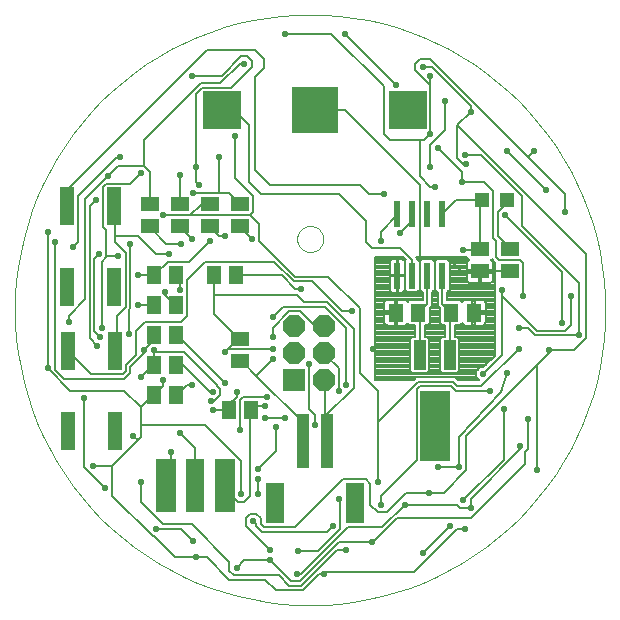
<source format=gbl>
G75*
G70*
%OFA0B0*%
%FSLAX24Y24*%
%IPPOS*%
%LPD*%
%AMOC8*
5,1,8,0,0,1.08239X$1,22.5*
%
%ADD10C,0.0004*%
%ADD11C,0.0000*%
%ADD12R,0.0591X0.0512*%
%ADD13R,0.0512X0.0591*%
%ADD14R,0.0984X0.2362*%
%ADD15R,0.0394X0.0984*%
%ADD16C,0.0030*%
%ADD17C,0.0033*%
%ADD18R,0.0236X0.0866*%
%ADD19R,0.1560X0.1560*%
%ADD20R,0.1250X0.1250*%
%ADD21R,0.0394X0.1811*%
%ADD22R,0.0630X0.1339*%
%ADD23R,0.0472X0.1260*%
%ADD24R,0.0472X0.0472*%
%ADD25R,0.0740X0.0740*%
%ADD26OC8,0.0740*%
%ADD27C,0.0070*%
%ADD28C,0.0230*%
%ADD29C,0.0080*%
D10*
X000503Y010346D02*
X000515Y010829D01*
X000550Y011311D01*
X000610Y011790D01*
X000692Y012266D01*
X000798Y012738D01*
X000927Y013203D01*
X001078Y013662D01*
X001252Y014113D01*
X001448Y014554D01*
X001665Y014986D01*
X001903Y015406D01*
X002162Y015814D01*
X002440Y016209D01*
X002737Y016590D01*
X003053Y016956D01*
X003386Y017306D01*
X003736Y017639D01*
X004102Y017955D01*
X004483Y018252D01*
X004878Y018530D01*
X005286Y018789D01*
X005706Y019027D01*
X006138Y019244D01*
X006579Y019440D01*
X007030Y019614D01*
X007489Y019765D01*
X007954Y019894D01*
X008426Y020000D01*
X008902Y020082D01*
X009381Y020142D01*
X009863Y020177D01*
X010346Y020189D01*
X010829Y020177D01*
X011311Y020142D01*
X011790Y020082D01*
X012266Y020000D01*
X012738Y019894D01*
X013203Y019765D01*
X013662Y019614D01*
X014113Y019440D01*
X014554Y019244D01*
X014986Y019027D01*
X015406Y018789D01*
X015814Y018530D01*
X016209Y018252D01*
X016590Y017955D01*
X016956Y017639D01*
X017306Y017306D01*
X017639Y016956D01*
X017955Y016590D01*
X018252Y016209D01*
X018530Y015814D01*
X018789Y015406D01*
X019027Y014986D01*
X019244Y014554D01*
X019440Y014113D01*
X019614Y013662D01*
X019765Y013203D01*
X019894Y012738D01*
X020000Y012266D01*
X020082Y011790D01*
X020142Y011311D01*
X020177Y010829D01*
X020189Y010346D01*
X020177Y009863D01*
X020142Y009381D01*
X020082Y008902D01*
X020000Y008426D01*
X019894Y007954D01*
X019765Y007489D01*
X019614Y007030D01*
X019440Y006579D01*
X019244Y006138D01*
X019027Y005706D01*
X018789Y005286D01*
X018530Y004878D01*
X018252Y004483D01*
X017955Y004102D01*
X017639Y003736D01*
X017306Y003386D01*
X016956Y003053D01*
X016590Y002737D01*
X016209Y002440D01*
X015814Y002162D01*
X015406Y001903D01*
X014986Y001665D01*
X014554Y001448D01*
X014113Y001252D01*
X013662Y001078D01*
X013203Y000927D01*
X012738Y000798D01*
X012266Y000692D01*
X011790Y000610D01*
X011311Y000550D01*
X010829Y000515D01*
X010346Y000503D01*
X009863Y000515D01*
X009381Y000550D01*
X008902Y000610D01*
X008426Y000692D01*
X007954Y000798D01*
X007489Y000927D01*
X007030Y001078D01*
X006579Y001252D01*
X006138Y001448D01*
X005706Y001665D01*
X005286Y001903D01*
X004878Y002162D01*
X004483Y002440D01*
X004102Y002737D01*
X003736Y003053D01*
X003386Y003386D01*
X003053Y003736D01*
X002737Y004102D01*
X002440Y004483D01*
X002162Y004878D01*
X001903Y005286D01*
X001665Y005706D01*
X001448Y006138D01*
X001252Y006579D01*
X001078Y007030D01*
X000927Y007489D01*
X000798Y007954D01*
X000692Y008426D01*
X000610Y008902D01*
X000550Y009381D01*
X000515Y009863D01*
X000503Y010346D01*
D11*
X009913Y012709D02*
X009915Y012750D01*
X009921Y012791D01*
X009931Y012831D01*
X009944Y012870D01*
X009961Y012907D01*
X009982Y012943D01*
X010006Y012977D01*
X010033Y013008D01*
X010062Y013036D01*
X010095Y013062D01*
X010129Y013084D01*
X010166Y013103D01*
X010204Y013118D01*
X010244Y013130D01*
X010284Y013138D01*
X010325Y013142D01*
X010367Y013142D01*
X010408Y013138D01*
X010448Y013130D01*
X010488Y013118D01*
X010526Y013103D01*
X010562Y013084D01*
X010597Y013062D01*
X010630Y013036D01*
X010659Y013008D01*
X010686Y012977D01*
X010710Y012943D01*
X010731Y012907D01*
X010748Y012870D01*
X010761Y012831D01*
X010771Y012791D01*
X010777Y012750D01*
X010779Y012709D01*
X010777Y012668D01*
X010771Y012627D01*
X010761Y012587D01*
X010748Y012548D01*
X010731Y012511D01*
X010710Y012475D01*
X010686Y012441D01*
X010659Y012410D01*
X010630Y012382D01*
X010597Y012356D01*
X010563Y012334D01*
X010526Y012315D01*
X010488Y012300D01*
X010448Y012288D01*
X010408Y012280D01*
X010367Y012276D01*
X010325Y012276D01*
X010284Y012280D01*
X010244Y012288D01*
X010204Y012300D01*
X010166Y012315D01*
X010130Y012334D01*
X010095Y012356D01*
X010062Y012382D01*
X010033Y012410D01*
X010006Y012441D01*
X009982Y012475D01*
X009961Y012511D01*
X009944Y012548D01*
X009931Y012587D01*
X009921Y012627D01*
X009915Y012668D01*
X009913Y012709D01*
D12*
X008004Y013130D03*
X008004Y013878D03*
X007004Y013878D03*
X007004Y013130D03*
X006004Y013130D03*
X006004Y013878D03*
X005004Y013878D03*
X005004Y013130D03*
X007994Y009388D03*
X007994Y008640D03*
X016004Y011630D03*
X016004Y012378D03*
X017004Y012378D03*
X017004Y011630D03*
D13*
X015798Y010254D03*
X015050Y010254D03*
X013958Y010254D03*
X013210Y010254D03*
X008378Y007004D03*
X007630Y007004D03*
X005878Y007504D03*
X005130Y007504D03*
X005130Y008504D03*
X005878Y008504D03*
X005878Y009504D03*
X005130Y009504D03*
X005130Y010504D03*
X005878Y010504D03*
X005878Y011504D03*
X005130Y011504D03*
X007130Y011504D03*
X007878Y011504D03*
D14*
X014504Y006478D03*
D15*
X015004Y008841D03*
X014004Y008841D03*
D16*
X006784Y003633D02*
X006224Y003633D01*
X006224Y005375D01*
X006784Y005375D01*
X006784Y003633D01*
X006784Y003662D02*
X006224Y003662D01*
X006224Y003691D02*
X006784Y003691D01*
X006784Y003720D02*
X006224Y003720D01*
X006224Y003749D02*
X006784Y003749D01*
X006784Y003778D02*
X006224Y003778D01*
X006224Y003807D02*
X006784Y003807D01*
X006784Y003836D02*
X006224Y003836D01*
X006224Y003865D02*
X006784Y003865D01*
X006784Y003894D02*
X006224Y003894D01*
X006224Y003923D02*
X006784Y003923D01*
X006784Y003952D02*
X006224Y003952D01*
X006224Y003981D02*
X006784Y003981D01*
X006784Y004010D02*
X006224Y004010D01*
X006224Y004039D02*
X006784Y004039D01*
X006784Y004068D02*
X006224Y004068D01*
X006224Y004097D02*
X006784Y004097D01*
X006784Y004126D02*
X006224Y004126D01*
X006224Y004155D02*
X006784Y004155D01*
X006784Y004184D02*
X006224Y004184D01*
X006224Y004213D02*
X006784Y004213D01*
X006784Y004242D02*
X006224Y004242D01*
X006224Y004271D02*
X006784Y004271D01*
X006784Y004300D02*
X006224Y004300D01*
X006224Y004329D02*
X006784Y004329D01*
X006784Y004358D02*
X006224Y004358D01*
X006224Y004387D02*
X006784Y004387D01*
X006784Y004416D02*
X006224Y004416D01*
X006224Y004445D02*
X006784Y004445D01*
X006784Y004474D02*
X006224Y004474D01*
X006224Y004503D02*
X006784Y004503D01*
X006784Y004532D02*
X006224Y004532D01*
X006224Y004561D02*
X006784Y004561D01*
X006784Y004590D02*
X006224Y004590D01*
X006224Y004619D02*
X006784Y004619D01*
X006784Y004648D02*
X006224Y004648D01*
X006224Y004677D02*
X006784Y004677D01*
X006784Y004706D02*
X006224Y004706D01*
X006224Y004735D02*
X006784Y004735D01*
X006784Y004764D02*
X006224Y004764D01*
X006224Y004793D02*
X006784Y004793D01*
X006784Y004822D02*
X006224Y004822D01*
X006224Y004851D02*
X006784Y004851D01*
X006784Y004880D02*
X006224Y004880D01*
X006224Y004909D02*
X006784Y004909D01*
X006784Y004938D02*
X006224Y004938D01*
X006224Y004967D02*
X006784Y004967D01*
X006784Y004996D02*
X006224Y004996D01*
X006224Y005025D02*
X006784Y005025D01*
X006784Y005054D02*
X006224Y005054D01*
X006224Y005083D02*
X006784Y005083D01*
X006784Y005112D02*
X006224Y005112D01*
X006224Y005141D02*
X006784Y005141D01*
X006784Y005170D02*
X006224Y005170D01*
X006224Y005199D02*
X006784Y005199D01*
X006784Y005228D02*
X006224Y005228D01*
X006224Y005257D02*
X006784Y005257D01*
X006784Y005286D02*
X006224Y005286D01*
X006224Y005315D02*
X006784Y005315D01*
X006784Y005344D02*
X006224Y005344D01*
X006224Y005373D02*
X006784Y005373D01*
D17*
X007170Y003634D02*
X007806Y003634D01*
X007170Y003634D02*
X007170Y005374D01*
X007806Y005374D01*
X007806Y003634D01*
X007806Y003666D02*
X007170Y003666D01*
X007170Y003698D02*
X007806Y003698D01*
X007806Y003730D02*
X007170Y003730D01*
X007170Y003762D02*
X007806Y003762D01*
X007806Y003794D02*
X007170Y003794D01*
X007170Y003826D02*
X007806Y003826D01*
X007806Y003858D02*
X007170Y003858D01*
X007170Y003890D02*
X007806Y003890D01*
X007806Y003922D02*
X007170Y003922D01*
X007170Y003954D02*
X007806Y003954D01*
X007806Y003986D02*
X007170Y003986D01*
X007170Y004018D02*
X007806Y004018D01*
X007806Y004050D02*
X007170Y004050D01*
X007170Y004082D02*
X007806Y004082D01*
X007806Y004114D02*
X007170Y004114D01*
X007170Y004146D02*
X007806Y004146D01*
X007806Y004178D02*
X007170Y004178D01*
X007170Y004210D02*
X007806Y004210D01*
X007806Y004242D02*
X007170Y004242D01*
X007170Y004274D02*
X007806Y004274D01*
X007806Y004306D02*
X007170Y004306D01*
X007170Y004338D02*
X007806Y004338D01*
X007806Y004370D02*
X007170Y004370D01*
X007170Y004402D02*
X007806Y004402D01*
X007806Y004434D02*
X007170Y004434D01*
X007170Y004466D02*
X007806Y004466D01*
X007806Y004498D02*
X007170Y004498D01*
X007170Y004530D02*
X007806Y004530D01*
X007806Y004562D02*
X007170Y004562D01*
X007170Y004594D02*
X007806Y004594D01*
X007806Y004626D02*
X007170Y004626D01*
X007170Y004658D02*
X007806Y004658D01*
X007806Y004690D02*
X007170Y004690D01*
X007170Y004722D02*
X007806Y004722D01*
X007806Y004754D02*
X007170Y004754D01*
X007170Y004786D02*
X007806Y004786D01*
X007806Y004818D02*
X007170Y004818D01*
X007170Y004850D02*
X007806Y004850D01*
X007806Y004882D02*
X007170Y004882D01*
X007170Y004914D02*
X007806Y004914D01*
X007806Y004946D02*
X007170Y004946D01*
X007170Y004978D02*
X007806Y004978D01*
X007806Y005010D02*
X007170Y005010D01*
X007170Y005042D02*
X007806Y005042D01*
X007806Y005074D02*
X007170Y005074D01*
X007170Y005106D02*
X007806Y005106D01*
X007806Y005138D02*
X007170Y005138D01*
X007170Y005170D02*
X007806Y005170D01*
X007806Y005202D02*
X007170Y005202D01*
X007170Y005234D02*
X007806Y005234D01*
X007806Y005266D02*
X007170Y005266D01*
X007170Y005298D02*
X007806Y005298D01*
X007806Y005330D02*
X007170Y005330D01*
X007170Y005362D02*
X007806Y005362D01*
X005838Y003634D02*
X005202Y003634D01*
X005202Y005374D01*
X005838Y005374D01*
X005838Y003634D01*
X005838Y003666D02*
X005202Y003666D01*
X005202Y003698D02*
X005838Y003698D01*
X005838Y003730D02*
X005202Y003730D01*
X005202Y003762D02*
X005838Y003762D01*
X005838Y003794D02*
X005202Y003794D01*
X005202Y003826D02*
X005838Y003826D01*
X005838Y003858D02*
X005202Y003858D01*
X005202Y003890D02*
X005838Y003890D01*
X005838Y003922D02*
X005202Y003922D01*
X005202Y003954D02*
X005838Y003954D01*
X005838Y003986D02*
X005202Y003986D01*
X005202Y004018D02*
X005838Y004018D01*
X005838Y004050D02*
X005202Y004050D01*
X005202Y004082D02*
X005838Y004082D01*
X005838Y004114D02*
X005202Y004114D01*
X005202Y004146D02*
X005838Y004146D01*
X005838Y004178D02*
X005202Y004178D01*
X005202Y004210D02*
X005838Y004210D01*
X005838Y004242D02*
X005202Y004242D01*
X005202Y004274D02*
X005838Y004274D01*
X005838Y004306D02*
X005202Y004306D01*
X005202Y004338D02*
X005838Y004338D01*
X005838Y004370D02*
X005202Y004370D01*
X005202Y004402D02*
X005838Y004402D01*
X005838Y004434D02*
X005202Y004434D01*
X005202Y004466D02*
X005838Y004466D01*
X005838Y004498D02*
X005202Y004498D01*
X005202Y004530D02*
X005838Y004530D01*
X005838Y004562D02*
X005202Y004562D01*
X005202Y004594D02*
X005838Y004594D01*
X005838Y004626D02*
X005202Y004626D01*
X005202Y004658D02*
X005838Y004658D01*
X005838Y004690D02*
X005202Y004690D01*
X005202Y004722D02*
X005838Y004722D01*
X005838Y004754D02*
X005202Y004754D01*
X005202Y004786D02*
X005838Y004786D01*
X005838Y004818D02*
X005202Y004818D01*
X005202Y004850D02*
X005838Y004850D01*
X005838Y004882D02*
X005202Y004882D01*
X005202Y004914D02*
X005838Y004914D01*
X005838Y004946D02*
X005202Y004946D01*
X005202Y004978D02*
X005838Y004978D01*
X005838Y005010D02*
X005202Y005010D01*
X005202Y005042D02*
X005838Y005042D01*
X005838Y005074D02*
X005202Y005074D01*
X005202Y005106D02*
X005838Y005106D01*
X005838Y005138D02*
X005202Y005138D01*
X005202Y005170D02*
X005838Y005170D01*
X005838Y005202D02*
X005202Y005202D01*
X005202Y005234D02*
X005838Y005234D01*
X005838Y005266D02*
X005202Y005266D01*
X005202Y005298D02*
X005838Y005298D01*
X005838Y005330D02*
X005202Y005330D01*
X005202Y005362D02*
X005838Y005362D01*
D18*
X013254Y011480D03*
X013754Y011480D03*
X014254Y011480D03*
X014754Y011480D03*
X014754Y013528D03*
X014254Y013528D03*
X013754Y013528D03*
X013254Y013528D03*
D19*
X010504Y017004D03*
D20*
X013604Y017004D03*
X007404Y017004D03*
D21*
X010110Y005961D03*
X010898Y005961D03*
D22*
X011843Y003913D03*
X009165Y003913D03*
D23*
X003858Y006299D03*
X002283Y006299D03*
X002283Y008976D03*
X003858Y008976D03*
X003815Y011122D03*
X002240Y011122D03*
X002240Y013799D03*
X003815Y013799D03*
D24*
X016091Y014004D03*
X016917Y014004D03*
D25*
X009824Y007994D03*
D26*
X009824Y008894D03*
X009824Y009794D03*
X010824Y009794D03*
X010824Y008894D03*
X010824Y007994D03*
D27*
X003754Y005154D02*
X003754Y004154D01*
X005104Y002804D01*
X005154Y002804D01*
X005854Y002104D01*
X006554Y002104D01*
X006904Y002104D01*
X007654Y001354D01*
X008854Y001354D01*
X009204Y001004D01*
X010104Y001004D01*
X010654Y001554D01*
X010804Y001554D01*
X010854Y001604D01*
X013804Y001604D01*
X015254Y003054D01*
X015504Y003054D01*
X015704Y003404D02*
X013254Y003404D01*
X012454Y002604D01*
X012404Y002604D01*
X011304Y002604D01*
X010004Y001304D01*
X009704Y001304D01*
X009004Y002004D01*
X008154Y002004D01*
X007904Y001754D01*
X007804Y001504D02*
X009304Y001504D01*
X009654Y001154D01*
X010054Y001154D01*
X011254Y002354D01*
X011554Y002354D01*
X011354Y003054D02*
X011354Y004004D01*
X011304Y004054D01*
X011454Y004704D02*
X012204Y004704D01*
X012354Y004554D01*
X012354Y003854D01*
X012604Y003604D01*
X012904Y003604D01*
X013554Y004254D01*
X014304Y004254D01*
X014804Y004254D01*
X015554Y005004D01*
X015554Y006154D01*
X017904Y008504D01*
X017904Y005004D01*
X017504Y005204D02*
X017504Y005604D01*
X017604Y005704D01*
X017604Y006704D01*
X016804Y007054D02*
X016804Y005354D01*
X015454Y004004D01*
X015254Y003854D02*
X015354Y003754D01*
X015704Y003754D01*
X015704Y004054D01*
X017354Y005704D01*
X017354Y005804D01*
X017504Y005204D02*
X015704Y003404D01*
X015254Y003854D02*
X013504Y003854D01*
X012754Y003104D01*
X011604Y003104D01*
X010054Y001554D01*
X009904Y001554D01*
X009954Y002304D02*
X010604Y002304D01*
X011354Y003054D01*
X011104Y003154D02*
X010904Y002954D01*
X008754Y002954D01*
X008554Y003154D01*
X008554Y003204D01*
X008454Y003304D01*
X008354Y003554D02*
X008204Y003404D01*
X008204Y003154D01*
X009004Y002354D01*
X008804Y003104D02*
X009854Y003104D01*
X011454Y004704D01*
X012604Y004604D02*
X012604Y006604D01*
X013954Y007954D01*
X015104Y007954D01*
X015254Y007804D01*
X016054Y007804D01*
X017304Y009054D01*
X016754Y008854D02*
X016104Y008204D01*
X016354Y007654D02*
X015204Y007654D01*
X015054Y007804D01*
X014004Y007804D01*
X013904Y007704D01*
X013904Y005354D01*
X012704Y004154D01*
X012704Y003854D01*
X014104Y002254D02*
X015004Y003154D01*
X015304Y005104D02*
X014604Y005104D01*
X015304Y005104D02*
X015304Y006104D01*
X016704Y007604D01*
X016904Y008254D01*
X016754Y008854D02*
X016754Y010804D01*
X017904Y009654D01*
X018854Y009654D01*
X019054Y009854D01*
X019054Y010804D01*
X019304Y011254D02*
X019304Y009504D01*
X017854Y009504D01*
X017604Y009754D01*
X017304Y009754D01*
X017454Y010804D02*
X017454Y011904D01*
X017354Y012004D01*
X016654Y012004D01*
X016554Y012104D01*
X016554Y012654D01*
X016454Y012754D01*
X016454Y014304D01*
X016154Y014604D01*
X015404Y014604D01*
X015404Y014954D01*
X014604Y015754D01*
X014354Y015854D02*
X014354Y015104D01*
X014004Y014804D02*
X014004Y016004D01*
X014154Y016004D01*
X014354Y016204D01*
X014354Y016254D01*
X014354Y017854D01*
X013854Y018354D01*
X013854Y018554D01*
X014004Y018704D01*
X014354Y018704D01*
X017604Y015454D01*
X017804Y015654D01*
X017604Y015454D02*
X018854Y014204D01*
X018854Y013604D01*
X018204Y014354D02*
X016904Y015654D01*
X016054Y015504D02*
X017404Y014154D01*
X017404Y013154D01*
X019304Y011254D01*
X018754Y011604D02*
X016854Y013504D01*
X016604Y013604D02*
X016604Y012804D01*
X017004Y012404D01*
X017004Y012378D01*
X017004Y011654D02*
X016504Y011654D01*
X016004Y011630D02*
X015878Y011504D01*
X015504Y011504D02*
X015004Y012004D01*
X015454Y012354D02*
X016004Y012354D01*
X016004Y012378D01*
X016004Y012404D01*
X016004Y014004D01*
X016091Y014004D01*
X016054Y014004D01*
X016004Y014004D01*
X015204Y014004D01*
X014754Y013554D01*
X014754Y013528D01*
X014504Y014454D02*
X014354Y014454D01*
X014004Y014804D01*
X014004Y014504D02*
X014004Y012104D01*
X013754Y012004D02*
X013354Y012404D01*
X012404Y012404D01*
X012204Y012604D01*
X012204Y013304D01*
X011304Y014204D01*
X008704Y014204D01*
X008304Y014604D01*
X008304Y016504D01*
X007804Y017004D01*
X007404Y017004D01*
X007704Y017754D02*
X006754Y017754D01*
X006554Y017554D01*
X006554Y015104D01*
X006554Y014604D01*
X006654Y014504D01*
X006454Y014254D02*
X007304Y014254D01*
X007304Y015454D01*
X007854Y014754D02*
X007854Y016154D01*
X008504Y015004D02*
X008504Y018004D01*
X008504Y018104D01*
X008804Y018404D01*
X008804Y018704D01*
X008504Y019004D01*
X006904Y019004D01*
X006854Y018954D01*
X002254Y014354D01*
X002254Y013804D01*
X002240Y013799D01*
X002604Y014154D02*
X002604Y012604D01*
X002454Y012454D01*
X001854Y012604D02*
X001854Y008354D01*
X002154Y008054D01*
X004154Y008054D01*
X004354Y008254D01*
X004354Y008454D01*
X004804Y008904D01*
X004804Y009004D01*
X005104Y009304D01*
X005104Y009504D01*
X005130Y009504D01*
X005154Y009004D02*
X005154Y008954D01*
X006154Y008954D01*
X007254Y007854D01*
X007254Y007804D01*
X007354Y007704D01*
X007354Y007504D01*
X007154Y007304D01*
X007054Y007304D01*
X007004Y007604D02*
X007104Y007604D01*
X007004Y007604D02*
X006104Y008504D01*
X005904Y008504D01*
X005878Y008504D01*
X005454Y008004D02*
X005454Y007804D01*
X005154Y007504D01*
X005130Y007504D01*
X005104Y007504D01*
X004704Y007104D01*
X004154Y007654D01*
X002354Y007654D01*
X001604Y008404D01*
X001604Y012954D01*
X002604Y014154D02*
X003904Y015454D01*
X004004Y015454D01*
X003954Y015154D02*
X004804Y015154D01*
X004804Y016004D01*
X006704Y017904D01*
X007354Y017904D01*
X008004Y018554D01*
X008154Y018554D01*
X008254Y018804D02*
X008054Y018804D01*
X007404Y018154D01*
X006404Y018154D01*
X007704Y017754D02*
X008404Y018454D01*
X008404Y018654D01*
X008254Y018804D01*
X009504Y019554D02*
X009704Y019554D01*
X011054Y019554D01*
X012804Y017804D01*
X012804Y016204D01*
X013004Y016004D01*
X014004Y016004D01*
X014354Y015854D02*
X014854Y016354D01*
X014854Y017304D01*
X014354Y017854D02*
X014354Y018154D01*
X014404Y018454D02*
X014104Y018454D01*
X014404Y018454D02*
X015704Y017154D01*
X015704Y016954D01*
X015254Y016504D01*
X019554Y012204D01*
X019554Y009404D01*
X019154Y009004D01*
X018304Y009004D01*
X018304Y008904D01*
X017904Y008504D01*
X018754Y009904D02*
X018754Y011604D01*
X017004Y011630D02*
X017004Y011654D01*
X016754Y011004D02*
X016754Y010804D01*
X015054Y010254D02*
X015050Y010254D01*
X015004Y010254D01*
X015004Y008854D01*
X015004Y008841D01*
X014004Y008841D02*
X014004Y008854D01*
X014004Y010254D01*
X013958Y010254D01*
X013954Y010254D01*
X014254Y010554D01*
X014254Y011454D01*
X014254Y011480D01*
X013754Y011504D02*
X013754Y011480D01*
X013754Y011504D02*
X013754Y012004D01*
X013354Y012904D02*
X013754Y013304D01*
X013754Y013504D01*
X013754Y013528D01*
X013254Y013504D02*
X013254Y013528D01*
X013254Y013504D02*
X012704Y012954D01*
X012704Y012654D01*
X012804Y014204D02*
X012304Y014204D01*
X012004Y014504D01*
X009004Y014504D01*
X008504Y015004D01*
X007854Y014754D02*
X008454Y014154D01*
X008454Y013604D01*
X008354Y013504D01*
X008654Y013204D01*
X008654Y012654D01*
X009854Y011454D01*
X010954Y011454D01*
X012004Y010404D01*
X012004Y008254D01*
X012604Y007654D01*
X012604Y006604D01*
X011804Y007754D02*
X010854Y006804D01*
X010898Y005961D01*
X010854Y006004D01*
X010854Y006804D01*
X010854Y007954D01*
X010824Y007994D01*
X011304Y007654D02*
X011304Y008404D01*
X010854Y008854D01*
X010824Y008894D01*
X010304Y008554D02*
X010304Y007054D01*
X010504Y006854D01*
X010504Y006504D01*
X010104Y006604D02*
X010104Y006004D01*
X010110Y005961D01*
X010104Y006604D02*
X008554Y008154D01*
X009104Y008704D01*
X009104Y009054D02*
X007604Y009054D01*
X007504Y008954D01*
X007604Y009054D02*
X007954Y009404D01*
X007994Y009388D01*
X007954Y009404D01*
X007154Y010204D01*
X007154Y010854D01*
X009904Y010854D01*
X010154Y010604D01*
X010904Y010604D01*
X011804Y009704D01*
X011804Y007754D01*
X011554Y007854D02*
X011554Y009754D01*
X010854Y010454D01*
X009454Y010454D01*
X009104Y010104D01*
X009104Y009754D02*
X009104Y009454D01*
X009104Y009754D02*
X009654Y010304D01*
X010004Y010304D01*
X010504Y009804D01*
X010804Y009804D01*
X010824Y009794D01*
X011404Y010304D02*
X010404Y011304D01*
X009804Y011304D01*
X009154Y011954D01*
X006854Y011954D01*
X006254Y011354D01*
X006254Y010154D01*
X006054Y009954D01*
X004854Y009954D01*
X004554Y009654D01*
X004554Y008854D01*
X004204Y008504D01*
X004204Y008304D01*
X004104Y008204D01*
X003054Y008204D01*
X002304Y008954D01*
X002283Y008976D01*
X003004Y009404D02*
X003004Y013804D01*
X003204Y014004D01*
X002854Y014054D02*
X003604Y014804D01*
X003954Y015154D01*
X003554Y014554D02*
X004354Y014554D01*
X004704Y014904D01*
X004804Y015154D02*
X005004Y014954D01*
X005004Y013904D01*
X005004Y013878D01*
X005454Y013504D02*
X006354Y013504D01*
X008354Y013504D01*
X008004Y013878D02*
X008004Y013904D01*
X007654Y014254D01*
X007304Y014254D01*
X007004Y013878D02*
X007004Y013854D01*
X006704Y013854D01*
X006354Y013504D01*
X006004Y013878D02*
X006004Y013904D01*
X006004Y014854D01*
X006004Y013130D02*
X006004Y013104D01*
X006404Y012704D01*
X006054Y012554D02*
X005554Y012554D01*
X005004Y013104D01*
X005004Y013130D01*
X004604Y012804D02*
X005204Y012204D01*
X005654Y012204D01*
X005604Y011954D02*
X006304Y011954D01*
X007004Y012654D01*
X007304Y012804D02*
X007004Y013104D01*
X007004Y013130D01*
X007304Y012804D02*
X007504Y012804D01*
X008004Y013104D02*
X008004Y013130D01*
X008004Y013104D02*
X008404Y012704D01*
X007904Y011504D02*
X007878Y011504D01*
X007904Y011504D02*
X009404Y011504D01*
X009854Y011054D01*
X010054Y011054D01*
X011404Y010304D02*
X011754Y010304D01*
X012454Y009054D02*
X012504Y009054D01*
X014754Y010554D02*
X015054Y010254D01*
X014754Y010554D02*
X014754Y011454D01*
X014754Y011480D01*
X016604Y013604D02*
X016904Y013904D01*
X016904Y014004D01*
X016917Y014004D01*
X015554Y015204D02*
X015454Y015204D01*
X015254Y015404D01*
X015254Y016504D01*
X015504Y015504D02*
X016054Y015504D01*
X014004Y014504D02*
X011504Y017004D01*
X010504Y017004D01*
X011504Y019554D02*
X013204Y017854D01*
X007154Y011504D02*
X007130Y011504D01*
X007154Y011504D02*
X007154Y010854D01*
X006004Y011004D02*
X006004Y011404D01*
X005904Y011504D01*
X005878Y011504D01*
X005604Y011954D02*
X005154Y011504D01*
X005130Y011504D01*
X005104Y011504D01*
X004604Y011504D01*
X003954Y012154D02*
X003554Y012154D01*
X003554Y012104D01*
X003404Y011954D01*
X003404Y009754D01*
X003154Y009654D02*
X003154Y012054D01*
X003304Y012204D01*
X003554Y012154D02*
X003554Y013004D01*
X003454Y013104D01*
X003454Y014454D01*
X003554Y014554D01*
X003815Y013799D02*
X003854Y013754D01*
X003854Y012804D01*
X004604Y012804D01*
X004354Y012554D02*
X004354Y010404D01*
X004304Y010354D01*
X004304Y009554D01*
X003904Y009004D02*
X003858Y008976D01*
X003904Y009004D02*
X003904Y010154D01*
X004204Y010454D01*
X004204Y012254D01*
X003854Y012604D01*
X003854Y012804D01*
X002854Y014054D02*
X002854Y010704D01*
X002304Y010154D01*
X002304Y009954D01*
X003004Y009404D02*
X003254Y009154D01*
X003354Y009454D02*
X003154Y009654D01*
X004604Y010504D02*
X005104Y010504D01*
X005130Y010504D01*
X005504Y010854D02*
X005854Y010504D01*
X005878Y010504D01*
X005504Y010854D02*
X005504Y010954D01*
X005878Y009504D02*
X005904Y009504D01*
X007504Y007904D01*
X007904Y007604D02*
X007904Y007454D01*
X007654Y007204D01*
X007654Y007004D01*
X007630Y007004D01*
X007604Y007004D01*
X007104Y007004D01*
X006854Y006504D02*
X004704Y006504D01*
X004704Y006104D01*
X004604Y006004D01*
X004454Y006154D01*
X004604Y006004D02*
X003754Y005154D01*
X003104Y005154D01*
X002804Y005104D02*
X003504Y004404D01*
X002804Y005104D02*
X002804Y007404D01*
X004704Y007104D02*
X004704Y006504D01*
X005704Y005604D02*
X005704Y004654D01*
X005554Y004504D01*
X005520Y004504D01*
X004704Y004604D02*
X004704Y003954D01*
X005454Y003204D01*
X006404Y003204D01*
X007654Y001954D01*
X007654Y001654D01*
X007804Y001504D01*
X006454Y002654D02*
X006054Y003054D01*
X005204Y003054D01*
X006504Y004504D02*
X006504Y005754D01*
X006004Y006254D01*
X006854Y006504D02*
X008054Y005304D01*
X008054Y004204D01*
X007954Y003954D02*
X008154Y003954D01*
X008354Y004154D01*
X008354Y007004D01*
X008378Y007004D01*
X008404Y007004D01*
X008554Y007154D01*
X008854Y007154D01*
X008904Y007454D02*
X008104Y007454D01*
X008004Y007354D01*
X008004Y006354D01*
X008854Y006754D02*
X009504Y006754D01*
X009204Y006454D02*
X009204Y005654D01*
X008604Y005054D01*
X008604Y004704D02*
X008604Y004204D01*
X008554Y003554D02*
X008354Y003554D01*
X008554Y003554D02*
X008704Y003404D01*
X008704Y003204D01*
X008804Y003104D01*
X007954Y003954D02*
X007504Y004404D01*
X007504Y004504D01*
X007488Y004504D01*
X005904Y007504D02*
X005878Y007504D01*
X005904Y007504D02*
X006254Y007854D01*
X006404Y007854D01*
X005154Y008504D02*
X005154Y008954D01*
X005154Y009004D01*
X005130Y008504D02*
X005154Y008504D01*
X005130Y008504D02*
X005104Y008504D01*
X004704Y008104D01*
X007994Y008640D02*
X008004Y008604D01*
X008104Y008604D01*
X008554Y008154D01*
D28*
X009104Y008704D03*
X009104Y009054D03*
X009104Y009454D03*
X009104Y010104D03*
X010054Y011054D03*
X011754Y010304D03*
X012454Y009054D03*
X011554Y007854D03*
X011304Y007654D03*
X010304Y008554D03*
X008904Y007454D03*
X008854Y007154D03*
X008854Y006754D03*
X009204Y006454D03*
X009504Y006754D03*
X010504Y006504D03*
X008604Y005054D03*
X008604Y004704D03*
X008604Y004204D03*
X008054Y004204D03*
X008454Y003304D03*
X009004Y002354D03*
X009004Y002004D03*
X009904Y001554D03*
X009954Y002304D03*
X010804Y001554D03*
X011554Y002354D03*
X012404Y002604D03*
X012704Y003854D03*
X012604Y004604D03*
X013504Y003854D03*
X014304Y004254D03*
X014604Y005104D03*
X015304Y005104D03*
X015454Y004004D03*
X015704Y003754D03*
X015004Y003154D03*
X015504Y003054D03*
X014104Y002254D03*
X011304Y004054D03*
X011104Y003154D03*
X007904Y001754D03*
X006554Y002104D03*
X006454Y002654D03*
X005204Y003054D03*
X004704Y004604D03*
X005704Y005604D03*
X006004Y006254D03*
X007104Y007004D03*
X007054Y007304D03*
X007104Y007604D03*
X007504Y007904D03*
X007904Y007604D03*
X008004Y006354D03*
X006404Y007854D03*
X005454Y008004D03*
X004704Y008104D03*
X004804Y009004D03*
X005154Y009004D03*
X004304Y009554D03*
X003404Y009754D03*
X003354Y009454D03*
X003254Y009154D03*
X002304Y009954D03*
X001604Y008404D03*
X002804Y007404D03*
X004454Y006154D03*
X003104Y005154D03*
X003504Y004404D03*
X007504Y008954D03*
X006004Y011004D03*
X005504Y010954D03*
X004604Y010504D03*
X004604Y011504D03*
X003954Y012154D03*
X004354Y012554D03*
X005454Y013504D03*
X006404Y012704D03*
X006054Y012554D03*
X005654Y012204D03*
X007004Y012654D03*
X007504Y012804D03*
X008404Y012704D03*
X006454Y014254D03*
X006654Y014504D03*
X006554Y015104D03*
X006004Y014854D03*
X007304Y015454D03*
X007854Y016154D03*
X006404Y018154D03*
X008154Y018554D03*
X009504Y019554D03*
X011504Y019554D03*
X013204Y017854D03*
X014104Y018454D03*
X014354Y018154D03*
X014854Y017304D03*
X015704Y016954D03*
X014604Y015754D03*
X014354Y016204D03*
X014354Y015104D03*
X014504Y014454D03*
X015404Y014604D03*
X015554Y015204D03*
X015504Y015504D03*
X016904Y015654D03*
X017804Y015654D03*
X018204Y014354D03*
X018854Y013604D03*
X016854Y013504D03*
X015454Y012354D03*
X016754Y011004D03*
X017454Y010804D03*
X017304Y009754D03*
X017304Y009054D03*
X016904Y008254D03*
X016354Y007654D03*
X016804Y007054D03*
X017604Y006704D03*
X017354Y005804D03*
X017904Y005004D03*
X016104Y008204D03*
X018304Y009004D03*
X018754Y009904D03*
X019304Y009504D03*
X019054Y010804D03*
X013354Y012904D03*
X012704Y012654D03*
X012804Y014204D03*
X004704Y014904D03*
X004004Y015454D03*
X003604Y014804D03*
X003204Y014004D03*
X002454Y012454D03*
X001854Y012604D03*
X001604Y012954D03*
X003304Y012204D03*
D29*
X012504Y012104D02*
X012504Y008004D01*
X013785Y008004D01*
X013799Y008018D01*
X013799Y008018D01*
X013890Y008109D01*
X015168Y008109D01*
X015259Y008018D01*
X015273Y008004D01*
X015972Y008004D01*
X015869Y008107D01*
X015869Y008301D01*
X016007Y008439D01*
X016120Y008439D01*
X016504Y008823D01*
X016504Y011935D01*
X016490Y011949D01*
X016399Y012040D01*
X016399Y012052D01*
X016359Y012013D01*
X016385Y011998D01*
X016411Y011972D01*
X016430Y011940D01*
X016439Y011904D01*
X016439Y011670D01*
X016044Y011670D01*
X016044Y011590D01*
X016439Y011590D01*
X016439Y011356D01*
X016430Y011320D01*
X016411Y011288D01*
X016385Y011262D01*
X016353Y011244D01*
X016318Y011234D01*
X016044Y011234D01*
X016044Y011590D01*
X015964Y011590D01*
X015964Y011234D01*
X015690Y011234D01*
X015655Y011244D01*
X015623Y011262D01*
X015597Y011288D01*
X015578Y011320D01*
X015569Y011356D01*
X015569Y011590D01*
X015964Y011590D01*
X015964Y011670D01*
X015569Y011670D01*
X015569Y011904D01*
X015578Y011940D01*
X015597Y011972D01*
X015623Y011998D01*
X015648Y012013D01*
X015589Y012072D01*
X015589Y012104D01*
X013873Y012104D01*
X013909Y012068D01*
X013909Y012033D01*
X013922Y012033D01*
X013992Y011963D01*
X013992Y010998D01*
X013922Y010927D01*
X013586Y010927D01*
X013516Y010998D01*
X013516Y011963D01*
X013546Y011993D01*
X013435Y012104D01*
X012504Y012104D01*
X012504Y012050D02*
X013104Y012050D01*
X013117Y012053D02*
X013082Y012044D01*
X013050Y012025D01*
X013024Y011999D01*
X013005Y011967D01*
X012996Y011932D01*
X012996Y011499D01*
X013235Y011499D01*
X013235Y011461D01*
X013273Y011461D01*
X013273Y010907D01*
X013390Y010907D01*
X013426Y010917D01*
X013458Y010935D01*
X013484Y010961D01*
X013502Y010993D01*
X013512Y011029D01*
X013512Y011461D01*
X013273Y011461D01*
X013273Y011499D01*
X013512Y011499D01*
X013512Y011932D01*
X013502Y011967D01*
X013484Y011999D01*
X013458Y012025D01*
X013426Y012044D01*
X013390Y012053D01*
X013273Y012053D01*
X013273Y011500D01*
X013235Y011500D01*
X013235Y012053D01*
X013117Y012053D01*
X013235Y012050D02*
X013273Y012050D01*
X013273Y011971D02*
X013235Y011971D01*
X013235Y011893D02*
X013273Y011893D01*
X013273Y011814D02*
X013235Y011814D01*
X013235Y011736D02*
X013273Y011736D01*
X013273Y011657D02*
X013235Y011657D01*
X013235Y011579D02*
X013273Y011579D01*
X013273Y011500D02*
X013235Y011500D01*
X013235Y011461D02*
X012996Y011461D01*
X012996Y011029D01*
X013005Y010993D01*
X013024Y010961D01*
X013050Y010935D01*
X013082Y010917D01*
X013117Y010907D01*
X013235Y010907D01*
X013235Y011461D01*
X013235Y011421D02*
X013273Y011421D01*
X013273Y011343D02*
X013235Y011343D01*
X013235Y011264D02*
X013273Y011264D01*
X013273Y011186D02*
X013235Y011186D01*
X013235Y011107D02*
X013273Y011107D01*
X013273Y011029D02*
X013235Y011029D01*
X013235Y010950D02*
X013273Y010950D01*
X013473Y010950D02*
X013563Y010950D01*
X013516Y011029D02*
X013512Y011029D01*
X013512Y011107D02*
X013516Y011107D01*
X013512Y011186D02*
X013516Y011186D01*
X013512Y011264D02*
X013516Y011264D01*
X013512Y011343D02*
X013516Y011343D01*
X013512Y011421D02*
X013516Y011421D01*
X013512Y011500D02*
X013516Y011500D01*
X013512Y011579D02*
X013516Y011579D01*
X013512Y011657D02*
X013516Y011657D01*
X013512Y011736D02*
X013516Y011736D01*
X013512Y011814D02*
X013516Y011814D01*
X013512Y011893D02*
X013516Y011893D01*
X013524Y011971D02*
X013500Y011971D01*
X013489Y012050D02*
X013404Y012050D01*
X013008Y011971D02*
X012504Y011971D01*
X012504Y011893D02*
X012996Y011893D01*
X012996Y011814D02*
X012504Y011814D01*
X012504Y011736D02*
X012996Y011736D01*
X012996Y011657D02*
X012504Y011657D01*
X012504Y011579D02*
X012996Y011579D01*
X012996Y011500D02*
X012504Y011500D01*
X012504Y011421D02*
X012996Y011421D01*
X012996Y011343D02*
X012504Y011343D01*
X012504Y011264D02*
X012996Y011264D01*
X012996Y011186D02*
X012504Y011186D01*
X012504Y011107D02*
X012996Y011107D01*
X012996Y011029D02*
X012504Y011029D01*
X012504Y010950D02*
X013035Y010950D01*
X012936Y010689D02*
X012900Y010680D01*
X012868Y010661D01*
X012842Y010635D01*
X012824Y010603D01*
X012814Y010568D01*
X012814Y010294D01*
X013170Y010294D01*
X013170Y010689D01*
X012936Y010689D01*
X012843Y010636D02*
X012504Y010636D01*
X012504Y010557D02*
X012814Y010557D01*
X012814Y010479D02*
X012504Y010479D01*
X012504Y010400D02*
X012814Y010400D01*
X012814Y010322D02*
X012504Y010322D01*
X012504Y010243D02*
X013170Y010243D01*
X013170Y010214D02*
X012814Y010214D01*
X012814Y009940D01*
X012824Y009905D01*
X012842Y009873D01*
X012868Y009847D01*
X012900Y009828D01*
X012936Y009819D01*
X013170Y009819D01*
X013170Y010214D01*
X013250Y010214D01*
X013250Y009819D01*
X013484Y009819D01*
X013520Y009828D01*
X013552Y009847D01*
X013578Y009873D01*
X013593Y009898D01*
X013652Y009839D01*
X013849Y009839D01*
X013849Y009453D01*
X013757Y009453D01*
X013687Y009382D01*
X013687Y008299D01*
X013757Y008228D01*
X014250Y008228D01*
X014321Y008299D01*
X014321Y009382D01*
X014250Y009453D01*
X014159Y009453D01*
X014159Y009839D01*
X014264Y009839D01*
X014334Y009909D01*
X014334Y010415D01*
X014409Y010490D01*
X014409Y010618D01*
X014409Y010927D01*
X014422Y010927D01*
X014492Y010998D01*
X014492Y011963D01*
X014422Y012033D01*
X014086Y012033D01*
X014016Y011963D01*
X014016Y010998D01*
X014086Y010927D01*
X014099Y010927D01*
X014099Y010669D01*
X013652Y010669D01*
X013593Y010609D01*
X013578Y010635D01*
X013552Y010661D01*
X013520Y010680D01*
X013484Y010689D01*
X013250Y010689D01*
X013250Y010294D01*
X013170Y010294D01*
X013170Y010214D01*
X013170Y010165D02*
X013250Y010165D01*
X013250Y010086D02*
X013170Y010086D01*
X013170Y010008D02*
X013250Y010008D01*
X013250Y009929D02*
X013170Y009929D01*
X013170Y009851D02*
X013250Y009851D01*
X013556Y009851D02*
X013640Y009851D01*
X013849Y009772D02*
X012504Y009772D01*
X012504Y009694D02*
X013849Y009694D01*
X013849Y009615D02*
X012504Y009615D01*
X012504Y009536D02*
X013849Y009536D01*
X013849Y009458D02*
X012504Y009458D01*
X012504Y009379D02*
X013687Y009379D01*
X013687Y009301D02*
X012504Y009301D01*
X012504Y009222D02*
X013687Y009222D01*
X013687Y009144D02*
X012504Y009144D01*
X012504Y009065D02*
X013687Y009065D01*
X013687Y008987D02*
X012504Y008987D01*
X012504Y008908D02*
X013687Y008908D01*
X013687Y008830D02*
X012504Y008830D01*
X012504Y008751D02*
X013687Y008751D01*
X013687Y008672D02*
X012504Y008672D01*
X012504Y008594D02*
X013687Y008594D01*
X013687Y008515D02*
X012504Y008515D01*
X012504Y008437D02*
X013687Y008437D01*
X013687Y008358D02*
X012504Y008358D01*
X012504Y008280D02*
X013706Y008280D01*
X013825Y008044D02*
X012504Y008044D01*
X012504Y008123D02*
X015869Y008123D01*
X015869Y008201D02*
X012504Y008201D01*
X012504Y009851D02*
X012864Y009851D01*
X012817Y009929D02*
X012504Y009929D01*
X012504Y010008D02*
X012814Y010008D01*
X012814Y010086D02*
X012504Y010086D01*
X012504Y010165D02*
X012814Y010165D01*
X013170Y010322D02*
X013250Y010322D01*
X013250Y010400D02*
X013170Y010400D01*
X013170Y010479D02*
X013250Y010479D01*
X013250Y010557D02*
X013170Y010557D01*
X013170Y010636D02*
X013250Y010636D01*
X013577Y010636D02*
X013619Y010636D01*
X013945Y010950D02*
X014063Y010950D01*
X014099Y010872D02*
X012504Y010872D01*
X012504Y010793D02*
X014099Y010793D01*
X014099Y010715D02*
X012504Y010715D01*
X013992Y011029D02*
X014016Y011029D01*
X014016Y011107D02*
X013992Y011107D01*
X013992Y011186D02*
X014016Y011186D01*
X014016Y011264D02*
X013992Y011264D01*
X013992Y011343D02*
X014016Y011343D01*
X014016Y011421D02*
X013992Y011421D01*
X013992Y011500D02*
X014016Y011500D01*
X014016Y011579D02*
X013992Y011579D01*
X013992Y011657D02*
X014016Y011657D01*
X014016Y011736D02*
X013992Y011736D01*
X013992Y011814D02*
X014016Y011814D01*
X014016Y011893D02*
X013992Y011893D01*
X013984Y011971D02*
X014024Y011971D01*
X013909Y012050D02*
X015611Y012050D01*
X015596Y011971D02*
X014984Y011971D01*
X014992Y011963D02*
X014922Y012033D01*
X014586Y012033D01*
X014516Y011963D01*
X014516Y010998D01*
X014586Y010927D01*
X014599Y010927D01*
X014599Y010618D01*
X014599Y010490D01*
X014674Y010415D01*
X014674Y009909D01*
X014744Y009839D01*
X014849Y009839D01*
X014849Y009453D01*
X014757Y009453D01*
X014687Y009382D01*
X014687Y008299D01*
X014757Y008228D01*
X015250Y008228D01*
X015321Y008299D01*
X015321Y009382D01*
X015250Y009453D01*
X015159Y009453D01*
X015159Y009839D01*
X015356Y009839D01*
X015415Y009898D01*
X015430Y009873D01*
X015456Y009847D01*
X015488Y009828D01*
X015524Y009819D01*
X015758Y009819D01*
X015758Y010214D01*
X015838Y010214D01*
X015838Y010294D01*
X015758Y010294D01*
X015758Y010689D01*
X015524Y010689D01*
X015488Y010680D01*
X015456Y010661D01*
X015430Y010635D01*
X015415Y010609D01*
X015356Y010669D01*
X014909Y010669D01*
X014909Y010927D01*
X014922Y010927D01*
X014992Y010998D01*
X014992Y011963D01*
X014992Y011893D02*
X015569Y011893D01*
X015569Y011814D02*
X014992Y011814D01*
X014992Y011736D02*
X015569Y011736D01*
X015569Y011579D02*
X014992Y011579D01*
X014992Y011657D02*
X015964Y011657D01*
X015964Y011579D02*
X016044Y011579D01*
X016044Y011657D02*
X016504Y011657D01*
X016504Y011579D02*
X016439Y011579D01*
X016439Y011500D02*
X016504Y011500D01*
X016504Y011421D02*
X016439Y011421D01*
X016436Y011343D02*
X016504Y011343D01*
X016504Y011264D02*
X016388Y011264D01*
X016504Y011186D02*
X014992Y011186D01*
X014992Y011264D02*
X015620Y011264D01*
X015572Y011343D02*
X014992Y011343D01*
X014992Y011421D02*
X015569Y011421D01*
X015569Y011500D02*
X014992Y011500D01*
X014992Y011107D02*
X016504Y011107D01*
X016504Y011029D02*
X014992Y011029D01*
X014945Y010950D02*
X016504Y010950D01*
X016504Y010872D02*
X014909Y010872D01*
X014909Y010793D02*
X016504Y010793D01*
X016504Y010715D02*
X014909Y010715D01*
X014599Y010715D02*
X014409Y010715D01*
X014409Y010793D02*
X014599Y010793D01*
X014599Y010872D02*
X014409Y010872D01*
X014445Y010950D02*
X014563Y010950D01*
X014516Y011029D02*
X014492Y011029D01*
X014492Y011107D02*
X014516Y011107D01*
X014516Y011186D02*
X014492Y011186D01*
X014492Y011264D02*
X014516Y011264D01*
X014516Y011343D02*
X014492Y011343D01*
X014492Y011421D02*
X014516Y011421D01*
X014516Y011500D02*
X014492Y011500D01*
X014492Y011579D02*
X014516Y011579D01*
X014516Y011657D02*
X014492Y011657D01*
X014492Y011736D02*
X014516Y011736D01*
X014516Y011814D02*
X014492Y011814D01*
X014492Y011893D02*
X014516Y011893D01*
X014524Y011971D02*
X014484Y011971D01*
X014409Y010636D02*
X014599Y010636D01*
X014599Y010557D02*
X014409Y010557D01*
X014398Y010479D02*
X014610Y010479D01*
X014674Y010400D02*
X014334Y010400D01*
X014334Y010322D02*
X014674Y010322D01*
X014674Y010243D02*
X014334Y010243D01*
X014334Y010165D02*
X014674Y010165D01*
X014674Y010086D02*
X014334Y010086D01*
X014334Y010008D02*
X014674Y010008D01*
X014674Y009929D02*
X014334Y009929D01*
X014275Y009851D02*
X014732Y009851D01*
X014849Y009772D02*
X014159Y009772D01*
X014159Y009694D02*
X014849Y009694D01*
X014849Y009615D02*
X014159Y009615D01*
X014159Y009536D02*
X014849Y009536D01*
X014849Y009458D02*
X014159Y009458D01*
X014321Y009379D02*
X014687Y009379D01*
X014687Y009301D02*
X014321Y009301D01*
X014321Y009222D02*
X014687Y009222D01*
X014687Y009144D02*
X014321Y009144D01*
X014321Y009065D02*
X014687Y009065D01*
X014687Y008987D02*
X014321Y008987D01*
X014321Y008908D02*
X014687Y008908D01*
X014687Y008830D02*
X014321Y008830D01*
X014321Y008751D02*
X014687Y008751D01*
X014687Y008672D02*
X014321Y008672D01*
X014321Y008594D02*
X014687Y008594D01*
X014687Y008515D02*
X014321Y008515D01*
X014321Y008437D02*
X014687Y008437D01*
X014687Y008358D02*
X014321Y008358D01*
X014302Y008280D02*
X014706Y008280D01*
X015233Y008044D02*
X015931Y008044D01*
X015869Y008280D02*
X015302Y008280D01*
X015321Y008358D02*
X015926Y008358D01*
X016004Y008437D02*
X015321Y008437D01*
X015321Y008515D02*
X016196Y008515D01*
X016275Y008594D02*
X015321Y008594D01*
X015321Y008672D02*
X016353Y008672D01*
X016432Y008751D02*
X015321Y008751D01*
X015321Y008830D02*
X016504Y008830D01*
X016504Y008908D02*
X015321Y008908D01*
X015321Y008987D02*
X016504Y008987D01*
X016504Y009065D02*
X015321Y009065D01*
X015321Y009144D02*
X016504Y009144D01*
X016504Y009222D02*
X015321Y009222D01*
X015321Y009301D02*
X016504Y009301D01*
X016504Y009379D02*
X015321Y009379D01*
X015159Y009458D02*
X016504Y009458D01*
X016504Y009536D02*
X015159Y009536D01*
X015159Y009615D02*
X016504Y009615D01*
X016504Y009694D02*
X015159Y009694D01*
X015159Y009772D02*
X016504Y009772D01*
X016504Y009851D02*
X016144Y009851D01*
X016140Y009847D02*
X016166Y009873D01*
X016184Y009905D01*
X016194Y009940D01*
X016194Y010214D01*
X015838Y010214D01*
X015838Y009819D01*
X016072Y009819D01*
X016108Y009828D01*
X016140Y009847D01*
X016191Y009929D02*
X016504Y009929D01*
X016504Y010008D02*
X016194Y010008D01*
X016194Y010086D02*
X016504Y010086D01*
X016504Y010165D02*
X016194Y010165D01*
X016194Y010294D02*
X016194Y010568D01*
X016184Y010603D01*
X016166Y010635D01*
X016140Y010661D01*
X016108Y010680D01*
X016072Y010689D01*
X015838Y010689D01*
X015838Y010294D01*
X016194Y010294D01*
X016194Y010322D02*
X016504Y010322D01*
X016504Y010400D02*
X016194Y010400D01*
X016194Y010479D02*
X016504Y010479D01*
X016504Y010557D02*
X016194Y010557D01*
X016165Y010636D02*
X016504Y010636D01*
X016504Y010243D02*
X015838Y010243D01*
X015838Y010165D02*
X015758Y010165D01*
X015758Y010086D02*
X015838Y010086D01*
X015838Y010008D02*
X015758Y010008D01*
X015758Y009929D02*
X015838Y009929D01*
X015838Y009851D02*
X015758Y009851D01*
X015452Y009851D02*
X015367Y009851D01*
X015758Y010322D02*
X015838Y010322D01*
X015838Y010400D02*
X015758Y010400D01*
X015758Y010479D02*
X015838Y010479D01*
X015838Y010557D02*
X015758Y010557D01*
X015758Y010636D02*
X015838Y010636D01*
X015431Y010636D02*
X015389Y010636D01*
X015964Y011264D02*
X016044Y011264D01*
X016044Y011343D02*
X015964Y011343D01*
X015964Y011421D02*
X016044Y011421D01*
X016044Y011500D02*
X015964Y011500D01*
X016439Y011736D02*
X016504Y011736D01*
X016504Y011814D02*
X016439Y011814D01*
X016439Y011893D02*
X016504Y011893D01*
X016467Y011971D02*
X016412Y011971D01*
X016397Y012050D02*
X016399Y012050D01*
M02*

</source>
